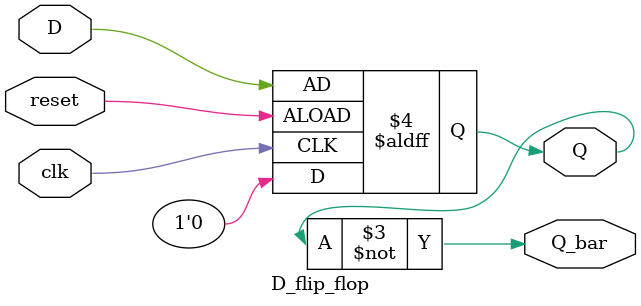
<source format=v>
module D_flip_flop(Q, Q_bar, D, clk, reset);
	input D;
	input clk, reset;
	output reg Q;
	output Q_bar;
	
	always @(posedge clk, negedge reset)
		if (reset == 1) Q <= 1'b0;
		else Q <= D;		// Follow input D
		
	assign Q_bar = ~Q;
endmodule
</source>
